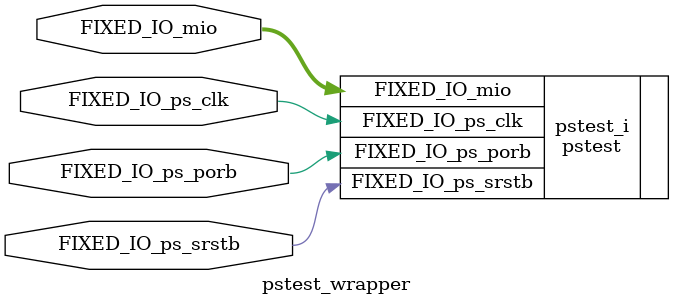
<source format=v>
`timescale 1 ps / 1 ps

module pstest_wrapper
   (FIXED_IO_mio,
    FIXED_IO_ps_clk,
    FIXED_IO_ps_porb,
    FIXED_IO_ps_srstb);
  inout [53:0]FIXED_IO_mio;
  inout FIXED_IO_ps_clk;
  inout FIXED_IO_ps_porb;
  inout FIXED_IO_ps_srstb;

  wire [53:0]FIXED_IO_mio;
  wire FIXED_IO_ps_clk;
  wire FIXED_IO_ps_porb;
  wire FIXED_IO_ps_srstb;

pstest pstest_i
       (.FIXED_IO_mio(FIXED_IO_mio),
        .FIXED_IO_ps_clk(FIXED_IO_ps_clk),
        .FIXED_IO_ps_porb(FIXED_IO_ps_porb),
        .FIXED_IO_ps_srstb(FIXED_IO_ps_srstb));
endmodule

</source>
